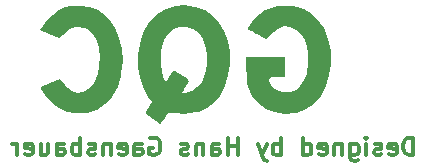
<source format=gbr>
%TF.GenerationSoftware,KiCad,Pcbnew,(6.0.1)*%
%TF.CreationDate,2022-05-25T14:38:50-05:00*%
%TF.ProjectId,aatr-sensor,61617472-2d73-4656-9e73-6f722e6b6963,1*%
%TF.SameCoordinates,Original*%
%TF.FileFunction,Legend,Bot*%
%TF.FilePolarity,Positive*%
%FSLAX46Y46*%
G04 Gerber Fmt 4.6, Leading zero omitted, Abs format (unit mm)*
G04 Created by KiCad (PCBNEW (6.0.1)) date 2022-05-25 14:38:50*
%MOMM*%
%LPD*%
G01*
G04 APERTURE LIST*
%ADD10C,0.300000*%
G04 APERTURE END LIST*
D10*
X143892857Y-100178571D02*
X143892857Y-98678571D01*
X143535714Y-98678571D01*
X143321428Y-98750000D01*
X143178571Y-98892857D01*
X143107142Y-99035714D01*
X143035714Y-99321428D01*
X143035714Y-99535714D01*
X143107142Y-99821428D01*
X143178571Y-99964285D01*
X143321428Y-100107142D01*
X143535714Y-100178571D01*
X143892857Y-100178571D01*
X141821428Y-100107142D02*
X141964285Y-100178571D01*
X142250000Y-100178571D01*
X142392857Y-100107142D01*
X142464285Y-99964285D01*
X142464285Y-99392857D01*
X142392857Y-99250000D01*
X142250000Y-99178571D01*
X141964285Y-99178571D01*
X141821428Y-99250000D01*
X141750000Y-99392857D01*
X141750000Y-99535714D01*
X142464285Y-99678571D01*
X141178571Y-100107142D02*
X141035714Y-100178571D01*
X140750000Y-100178571D01*
X140607142Y-100107142D01*
X140535714Y-99964285D01*
X140535714Y-99892857D01*
X140607142Y-99750000D01*
X140750000Y-99678571D01*
X140964285Y-99678571D01*
X141107142Y-99607142D01*
X141178571Y-99464285D01*
X141178571Y-99392857D01*
X141107142Y-99250000D01*
X140964285Y-99178571D01*
X140750000Y-99178571D01*
X140607142Y-99250000D01*
X139892857Y-100178571D02*
X139892857Y-99178571D01*
X139892857Y-98678571D02*
X139964285Y-98750000D01*
X139892857Y-98821428D01*
X139821428Y-98750000D01*
X139892857Y-98678571D01*
X139892857Y-98821428D01*
X138535714Y-99178571D02*
X138535714Y-100392857D01*
X138607142Y-100535714D01*
X138678571Y-100607142D01*
X138821428Y-100678571D01*
X139035714Y-100678571D01*
X139178571Y-100607142D01*
X138535714Y-100107142D02*
X138678571Y-100178571D01*
X138964285Y-100178571D01*
X139107142Y-100107142D01*
X139178571Y-100035714D01*
X139250000Y-99892857D01*
X139250000Y-99464285D01*
X139178571Y-99321428D01*
X139107142Y-99250000D01*
X138964285Y-99178571D01*
X138678571Y-99178571D01*
X138535714Y-99250000D01*
X137821428Y-99178571D02*
X137821428Y-100178571D01*
X137821428Y-99321428D02*
X137750000Y-99250000D01*
X137607142Y-99178571D01*
X137392857Y-99178571D01*
X137250000Y-99250000D01*
X137178571Y-99392857D01*
X137178571Y-100178571D01*
X135892857Y-100107142D02*
X136035714Y-100178571D01*
X136321428Y-100178571D01*
X136464285Y-100107142D01*
X136535714Y-99964285D01*
X136535714Y-99392857D01*
X136464285Y-99250000D01*
X136321428Y-99178571D01*
X136035714Y-99178571D01*
X135892857Y-99250000D01*
X135821428Y-99392857D01*
X135821428Y-99535714D01*
X136535714Y-99678571D01*
X134535714Y-100178571D02*
X134535714Y-98678571D01*
X134535714Y-100107142D02*
X134678571Y-100178571D01*
X134964285Y-100178571D01*
X135107142Y-100107142D01*
X135178571Y-100035714D01*
X135250000Y-99892857D01*
X135250000Y-99464285D01*
X135178571Y-99321428D01*
X135107142Y-99250000D01*
X134964285Y-99178571D01*
X134678571Y-99178571D01*
X134535714Y-99250000D01*
X132678571Y-100178571D02*
X132678571Y-98678571D01*
X132678571Y-99250000D02*
X132535714Y-99178571D01*
X132250000Y-99178571D01*
X132107142Y-99250000D01*
X132035714Y-99321428D01*
X131964285Y-99464285D01*
X131964285Y-99892857D01*
X132035714Y-100035714D01*
X132107142Y-100107142D01*
X132250000Y-100178571D01*
X132535714Y-100178571D01*
X132678571Y-100107142D01*
X131464285Y-99178571D02*
X131107142Y-100178571D01*
X130750000Y-99178571D02*
X131107142Y-100178571D01*
X131250000Y-100535714D01*
X131321428Y-100607142D01*
X131464285Y-100678571D01*
X129035714Y-100178571D02*
X129035714Y-98678571D01*
X129035714Y-99392857D02*
X128178571Y-99392857D01*
X128178571Y-100178571D02*
X128178571Y-98678571D01*
X126821428Y-100178571D02*
X126821428Y-99392857D01*
X126892857Y-99250000D01*
X127035714Y-99178571D01*
X127321428Y-99178571D01*
X127464285Y-99250000D01*
X126821428Y-100107142D02*
X126964285Y-100178571D01*
X127321428Y-100178571D01*
X127464285Y-100107142D01*
X127535714Y-99964285D01*
X127535714Y-99821428D01*
X127464285Y-99678571D01*
X127321428Y-99607142D01*
X126964285Y-99607142D01*
X126821428Y-99535714D01*
X126107142Y-99178571D02*
X126107142Y-100178571D01*
X126107142Y-99321428D02*
X126035714Y-99250000D01*
X125892857Y-99178571D01*
X125678571Y-99178571D01*
X125535714Y-99250000D01*
X125464285Y-99392857D01*
X125464285Y-100178571D01*
X124821428Y-100107142D02*
X124678571Y-100178571D01*
X124392857Y-100178571D01*
X124250000Y-100107142D01*
X124178571Y-99964285D01*
X124178571Y-99892857D01*
X124250000Y-99750000D01*
X124392857Y-99678571D01*
X124607142Y-99678571D01*
X124750000Y-99607142D01*
X124821428Y-99464285D01*
X124821428Y-99392857D01*
X124750000Y-99250000D01*
X124607142Y-99178571D01*
X124392857Y-99178571D01*
X124250000Y-99250000D01*
X121607142Y-98750000D02*
X121750000Y-98678571D01*
X121964285Y-98678571D01*
X122178571Y-98750000D01*
X122321428Y-98892857D01*
X122392857Y-99035714D01*
X122464285Y-99321428D01*
X122464285Y-99535714D01*
X122392857Y-99821428D01*
X122321428Y-99964285D01*
X122178571Y-100107142D01*
X121964285Y-100178571D01*
X121821428Y-100178571D01*
X121607142Y-100107142D01*
X121535714Y-100035714D01*
X121535714Y-99535714D01*
X121821428Y-99535714D01*
X120250000Y-100178571D02*
X120250000Y-99392857D01*
X120321428Y-99250000D01*
X120464285Y-99178571D01*
X120750000Y-99178571D01*
X120892857Y-99250000D01*
X120250000Y-100107142D02*
X120392857Y-100178571D01*
X120750000Y-100178571D01*
X120892857Y-100107142D01*
X120964285Y-99964285D01*
X120964285Y-99821428D01*
X120892857Y-99678571D01*
X120750000Y-99607142D01*
X120392857Y-99607142D01*
X120250000Y-99535714D01*
X118964285Y-100107142D02*
X119107142Y-100178571D01*
X119392857Y-100178571D01*
X119535714Y-100107142D01*
X119607142Y-99964285D01*
X119607142Y-99392857D01*
X119535714Y-99250000D01*
X119392857Y-99178571D01*
X119107142Y-99178571D01*
X118964285Y-99250000D01*
X118892857Y-99392857D01*
X118892857Y-99535714D01*
X119607142Y-99678571D01*
X118250000Y-99178571D02*
X118250000Y-100178571D01*
X118250000Y-99321428D02*
X118178571Y-99250000D01*
X118035714Y-99178571D01*
X117821428Y-99178571D01*
X117678571Y-99250000D01*
X117607142Y-99392857D01*
X117607142Y-100178571D01*
X116964285Y-100107142D02*
X116821428Y-100178571D01*
X116535714Y-100178571D01*
X116392857Y-100107142D01*
X116321428Y-99964285D01*
X116321428Y-99892857D01*
X116392857Y-99750000D01*
X116535714Y-99678571D01*
X116750000Y-99678571D01*
X116892857Y-99607142D01*
X116964285Y-99464285D01*
X116964285Y-99392857D01*
X116892857Y-99250000D01*
X116750000Y-99178571D01*
X116535714Y-99178571D01*
X116392857Y-99250000D01*
X115678571Y-100178571D02*
X115678571Y-98678571D01*
X115678571Y-99250000D02*
X115535714Y-99178571D01*
X115250000Y-99178571D01*
X115107142Y-99250000D01*
X115035714Y-99321428D01*
X114964285Y-99464285D01*
X114964285Y-99892857D01*
X115035714Y-100035714D01*
X115107142Y-100107142D01*
X115250000Y-100178571D01*
X115535714Y-100178571D01*
X115678571Y-100107142D01*
X113678571Y-100178571D02*
X113678571Y-99392857D01*
X113750000Y-99250000D01*
X113892857Y-99178571D01*
X114178571Y-99178571D01*
X114321428Y-99250000D01*
X113678571Y-100107142D02*
X113821428Y-100178571D01*
X114178571Y-100178571D01*
X114321428Y-100107142D01*
X114392857Y-99964285D01*
X114392857Y-99821428D01*
X114321428Y-99678571D01*
X114178571Y-99607142D01*
X113821428Y-99607142D01*
X113678571Y-99535714D01*
X112321428Y-99178571D02*
X112321428Y-100178571D01*
X112964285Y-99178571D02*
X112964285Y-99964285D01*
X112892857Y-100107142D01*
X112750000Y-100178571D01*
X112535714Y-100178571D01*
X112392857Y-100107142D01*
X112321428Y-100035714D01*
X111035714Y-100107142D02*
X111178571Y-100178571D01*
X111464285Y-100178571D01*
X111607142Y-100107142D01*
X111678571Y-99964285D01*
X111678571Y-99392857D01*
X111607142Y-99250000D01*
X111464285Y-99178571D01*
X111178571Y-99178571D01*
X111035714Y-99250000D01*
X110964285Y-99392857D01*
X110964285Y-99535714D01*
X111678571Y-99678571D01*
X110321428Y-100178571D02*
X110321428Y-99178571D01*
X110321428Y-99464285D02*
X110250000Y-99321428D01*
X110178571Y-99250000D01*
X110035714Y-99178571D01*
X109892857Y-99178571D01*
%TO.C,G1*%
G36*
X133161726Y-87546137D02*
G01*
X133681746Y-87558753D01*
X134053755Y-87598899D01*
X134345562Y-87677834D01*
X134624976Y-87806817D01*
X135019380Y-88044772D01*
X135736584Y-88664767D01*
X136288776Y-89432497D01*
X136670046Y-90335753D01*
X136874486Y-91362323D01*
X136896186Y-92500000D01*
X136778300Y-93400608D01*
X136492745Y-94340247D01*
X136059469Y-95142972D01*
X135490672Y-95791711D01*
X134798557Y-96269388D01*
X133995326Y-96558932D01*
X133871620Y-96584560D01*
X132977976Y-96659038D01*
X132143313Y-96540154D01*
X131394123Y-96241889D01*
X130756900Y-95778225D01*
X130258139Y-95163143D01*
X129924333Y-94410623D01*
X129917172Y-94385737D01*
X129831816Y-93952255D01*
X129772676Y-93397729D01*
X129750561Y-92821030D01*
X129750561Y-91816592D01*
X133053700Y-91816592D01*
X133053700Y-93525112D01*
X132370292Y-93525112D01*
X131996190Y-93531364D01*
X131788812Y-93564336D01*
X131703481Y-93645045D01*
X131686884Y-93794505D01*
X131729532Y-94048562D01*
X131951385Y-94407523D01*
X132319825Y-94683396D01*
X132786302Y-94844220D01*
X133302266Y-94858028D01*
X133415159Y-94840146D01*
X133913986Y-94666789D01*
X134310969Y-94332407D01*
X134648319Y-93803945D01*
X134745084Y-93600546D01*
X134843055Y-93326167D01*
X134900054Y-93018539D01*
X134926565Y-92612876D01*
X134933072Y-92044394D01*
X134933058Y-92015912D01*
X134922951Y-91424311D01*
X134889075Y-91002733D01*
X134824111Y-90696211D01*
X134720741Y-90449775D01*
X134437218Y-90000946D01*
X133981781Y-89541441D01*
X133480204Y-89297112D01*
X132947869Y-89270987D01*
X132400158Y-89466093D01*
X131852452Y-89885454D01*
X131380001Y-90349130D01*
X130650707Y-89926786D01*
X130598579Y-89896570D01*
X130248382Y-89692012D01*
X129990327Y-89538626D01*
X129877054Y-89467653D01*
X129904118Y-89373439D01*
X130044511Y-89159026D01*
X130260314Y-88878858D01*
X130510737Y-88585689D01*
X130754988Y-88332271D01*
X130900312Y-88199459D01*
X131332838Y-87880284D01*
X131792708Y-87679748D01*
X132344728Y-87575683D01*
X133053700Y-87545921D01*
X133161726Y-87546137D01*
G37*
G36*
X116525091Y-87625034D02*
G01*
X117237682Y-87908832D01*
X117524559Y-88092555D01*
X118129868Y-88660480D01*
X118617844Y-89387240D01*
X118976943Y-90240888D01*
X119195618Y-91189474D01*
X119262325Y-92201049D01*
X119165518Y-93243665D01*
X119128319Y-93439877D01*
X118835013Y-94415549D01*
X118391385Y-95224273D01*
X117799693Y-95862735D01*
X117062198Y-96327623D01*
X116999380Y-96356269D01*
X116594332Y-96502739D01*
X116158458Y-96577768D01*
X115594660Y-96599335D01*
X115340253Y-96594337D01*
X114525455Y-96482129D01*
X113843135Y-96206914D01*
X113254436Y-95748226D01*
X112720505Y-95085603D01*
X112536285Y-94803569D01*
X112382663Y-94548760D01*
X112323655Y-94422564D01*
X112326735Y-94414948D01*
X112456835Y-94332589D01*
X112740200Y-94203511D01*
X113124086Y-94052123D01*
X113924518Y-93755431D01*
X114405507Y-94257420D01*
X114635766Y-94474222D01*
X114955383Y-94714650D01*
X115210014Y-94840606D01*
X115361824Y-94867931D01*
X115873577Y-94822204D01*
X116361111Y-94589220D01*
X116762779Y-94194625D01*
X116932486Y-93917240D01*
X117167325Y-93297934D01*
X117293567Y-92594671D01*
X117314805Y-91856531D01*
X117234635Y-91132593D01*
X117056651Y-90471938D01*
X116784448Y-89923646D01*
X116421621Y-89536797D01*
X116066351Y-89372790D01*
X115521240Y-89310762D01*
X115295237Y-89315938D01*
X115005071Y-89365775D01*
X114753374Y-89502366D01*
X114444023Y-89766367D01*
X114220051Y-89965782D01*
X113992220Y-90150637D01*
X113874560Y-90221973D01*
X113870268Y-90221610D01*
X113721257Y-90170484D01*
X113429330Y-90049765D01*
X113053105Y-89883600D01*
X112306840Y-89545227D01*
X112514575Y-89187827D01*
X112856960Y-88737425D01*
X113339794Y-88284040D01*
X113878347Y-87900650D01*
X114391966Y-87653185D01*
X114911852Y-87530803D01*
X115722160Y-87496539D01*
X116525091Y-87625034D01*
G37*
G36*
X128218422Y-93411869D02*
G01*
X127928435Y-94336412D01*
X127476090Y-95171512D01*
X127051661Y-95663706D01*
X126415212Y-96154718D01*
X125715638Y-96485482D01*
X125450723Y-96549383D01*
X124947140Y-96613544D01*
X124386619Y-96640575D01*
X123862400Y-96626997D01*
X123467722Y-96569333D01*
X123362787Y-96546125D01*
X123198379Y-96564183D01*
X123044240Y-96701717D01*
X122841265Y-96999292D01*
X122711466Y-97197503D01*
X122547563Y-97423421D01*
X122459354Y-97511455D01*
X122335920Y-97461305D01*
X122092379Y-97310553D01*
X121796866Y-97103143D01*
X121510327Y-96883960D01*
X121293709Y-96697891D01*
X121207960Y-96589822D01*
X121216247Y-96551060D01*
X121319166Y-96351407D01*
X121502001Y-96085839D01*
X121796043Y-95700331D01*
X121452672Y-95201258D01*
X121080997Y-94548525D01*
X120757564Y-93642167D01*
X120590936Y-92676985D01*
X120581784Y-91985421D01*
X122524437Y-91985421D01*
X122543918Y-92529131D01*
X122600068Y-93046203D01*
X122683891Y-93471803D01*
X122786355Y-93760489D01*
X122898425Y-93866816D01*
X122937357Y-93843601D01*
X123076925Y-93679975D01*
X123258184Y-93411210D01*
X123350485Y-93266791D01*
X123509476Y-93043705D01*
X123598301Y-92955968D01*
X123599187Y-92956015D01*
X123720539Y-93017528D01*
X123975145Y-93173163D01*
X124309119Y-93390017D01*
X124366243Y-93428095D01*
X124683005Y-93649785D01*
X124841611Y-93798955D01*
X124873638Y-93916818D01*
X124810666Y-94044587D01*
X124652377Y-94281481D01*
X124458515Y-94578699D01*
X124438376Y-94610050D01*
X124324414Y-94806984D01*
X124349381Y-94879472D01*
X124526474Y-94887470D01*
X124583671Y-94885469D01*
X125132012Y-94750021D01*
X125603854Y-94423384D01*
X125983554Y-93931744D01*
X126255466Y-93301292D01*
X126403948Y-92558215D01*
X126413355Y-91728702D01*
X126315169Y-91060861D01*
X126074705Y-90359206D01*
X125716279Y-89820340D01*
X125253517Y-89458261D01*
X124700042Y-89286969D01*
X124069481Y-89320463D01*
X123600505Y-89489735D01*
X123164738Y-89844674D01*
X122806221Y-90396722D01*
X122803462Y-90402240D01*
X122661249Y-90726341D01*
X122576432Y-91046978D01*
X122535374Y-91441042D01*
X122524437Y-91985421D01*
X120581784Y-91985421D01*
X120577915Y-91693039D01*
X120715303Y-90730389D01*
X120999903Y-89829095D01*
X121428516Y-89029218D01*
X121997944Y-88370818D01*
X122200549Y-88203187D01*
X122928919Y-87781227D01*
X123738951Y-87539226D01*
X124586377Y-87477186D01*
X125426930Y-87595103D01*
X126216345Y-87892981D01*
X126910353Y-88370818D01*
X127349342Y-88845972D01*
X127821281Y-89618387D01*
X128147482Y-90501140D01*
X128324622Y-91454276D01*
X128331529Y-91728702D01*
X128349376Y-92437837D01*
X128218422Y-93411869D01*
G37*
%TD*%
M02*

</source>
